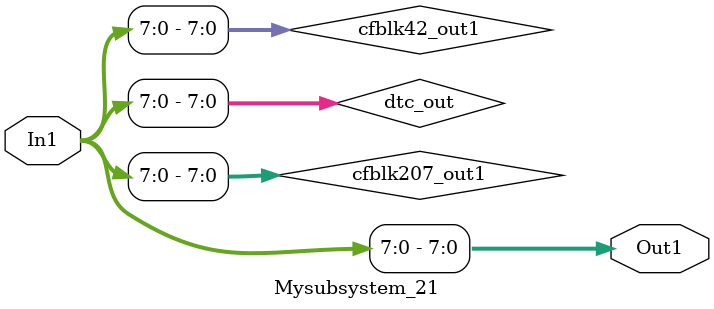
<source format=v>



`timescale 1 ns / 1 ns

module Mysubsystem_21
          (In1,
           Out1);


  input   [15:0] In1;  // uint16
  output  [7:0] Out1;  // uint8


  wire [7:0] cfblk207_out1;  // uint8
  wire [7:0] dtc_out;  // ufix8
  wire [7:0] cfblk42_out1;  // uint8


  assign cfblk207_out1 = In1[7:0];



  assign dtc_out = cfblk207_out1;



  assign cfblk42_out1 = dtc_out;



  assign Out1 = cfblk42_out1;

endmodule  // Mysubsystem_21


</source>
